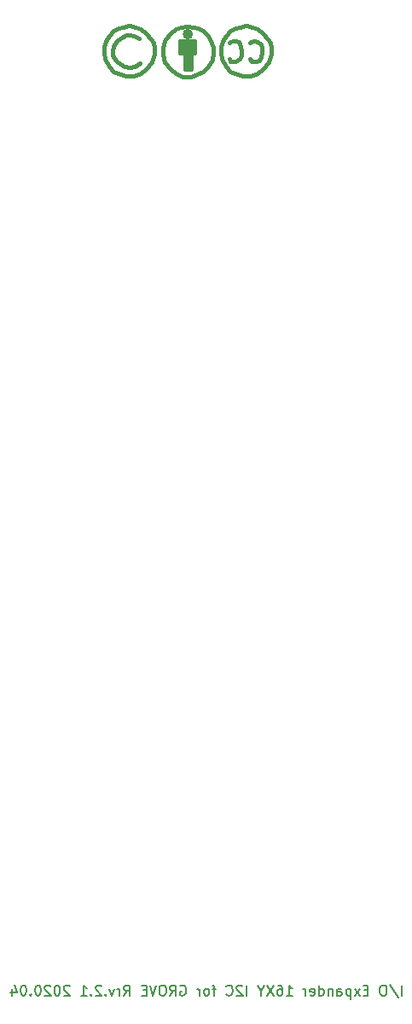
<source format=gbo>
G04 #@! TF.GenerationSoftware,KiCad,Pcbnew,(5.1.5)-3*
G04 #@! TF.CreationDate,2020-04-22T00:17:02+09:00*
G04 #@! TF.ProjectId,IOExpander,494f4578-7061-46e6-9465-722e6b696361,Rev 2.1*
G04 #@! TF.SameCoordinates,Original*
G04 #@! TF.FileFunction,Legend,Bot*
G04 #@! TF.FilePolarity,Positive*
%FSLAX46Y46*%
G04 Gerber Fmt 4.6, Leading zero omitted, Abs format (unit mm)*
G04 Created by KiCad (PCBNEW (5.1.5)-3) date 2020-04-22 00:17:02*
%MOMM*%
%LPD*%
G04 APERTURE LIST*
%ADD10C,0.150000*%
%ADD11C,0.381000*%
G04 APERTURE END LIST*
D10*
X113337142Y-178887380D02*
X113337142Y-177887380D01*
X112146666Y-177839761D02*
X113003809Y-179125476D01*
X111622857Y-177887380D02*
X111432380Y-177887380D01*
X111337142Y-177935000D01*
X111241904Y-178030238D01*
X111194285Y-178220714D01*
X111194285Y-178554047D01*
X111241904Y-178744523D01*
X111337142Y-178839761D01*
X111432380Y-178887380D01*
X111622857Y-178887380D01*
X111718095Y-178839761D01*
X111813333Y-178744523D01*
X111860952Y-178554047D01*
X111860952Y-178220714D01*
X111813333Y-178030238D01*
X111718095Y-177935000D01*
X111622857Y-177887380D01*
X110003809Y-178363571D02*
X109670476Y-178363571D01*
X109527619Y-178887380D02*
X110003809Y-178887380D01*
X110003809Y-177887380D01*
X109527619Y-177887380D01*
X109194285Y-178887380D02*
X108670476Y-178220714D01*
X109194285Y-178220714D02*
X108670476Y-178887380D01*
X108289523Y-178220714D02*
X108289523Y-179220714D01*
X108289523Y-178268333D02*
X108194285Y-178220714D01*
X108003809Y-178220714D01*
X107908571Y-178268333D01*
X107860952Y-178315952D01*
X107813333Y-178411190D01*
X107813333Y-178696904D01*
X107860952Y-178792142D01*
X107908571Y-178839761D01*
X108003809Y-178887380D01*
X108194285Y-178887380D01*
X108289523Y-178839761D01*
X106956190Y-178887380D02*
X106956190Y-178363571D01*
X107003809Y-178268333D01*
X107099047Y-178220714D01*
X107289523Y-178220714D01*
X107384761Y-178268333D01*
X106956190Y-178839761D02*
X107051428Y-178887380D01*
X107289523Y-178887380D01*
X107384761Y-178839761D01*
X107432380Y-178744523D01*
X107432380Y-178649285D01*
X107384761Y-178554047D01*
X107289523Y-178506428D01*
X107051428Y-178506428D01*
X106956190Y-178458809D01*
X106480000Y-178220714D02*
X106480000Y-178887380D01*
X106480000Y-178315952D02*
X106432380Y-178268333D01*
X106337142Y-178220714D01*
X106194285Y-178220714D01*
X106099047Y-178268333D01*
X106051428Y-178363571D01*
X106051428Y-178887380D01*
X105146666Y-178887380D02*
X105146666Y-177887380D01*
X105146666Y-178839761D02*
X105241904Y-178887380D01*
X105432380Y-178887380D01*
X105527619Y-178839761D01*
X105575238Y-178792142D01*
X105622857Y-178696904D01*
X105622857Y-178411190D01*
X105575238Y-178315952D01*
X105527619Y-178268333D01*
X105432380Y-178220714D01*
X105241904Y-178220714D01*
X105146666Y-178268333D01*
X104289523Y-178839761D02*
X104384761Y-178887380D01*
X104575238Y-178887380D01*
X104670476Y-178839761D01*
X104718095Y-178744523D01*
X104718095Y-178363571D01*
X104670476Y-178268333D01*
X104575238Y-178220714D01*
X104384761Y-178220714D01*
X104289523Y-178268333D01*
X104241904Y-178363571D01*
X104241904Y-178458809D01*
X104718095Y-178554047D01*
X103813333Y-178887380D02*
X103813333Y-178220714D01*
X103813333Y-178411190D02*
X103765714Y-178315952D01*
X103718095Y-178268333D01*
X103622857Y-178220714D01*
X103527619Y-178220714D01*
X101908571Y-178887380D02*
X102480000Y-178887380D01*
X102194285Y-178887380D02*
X102194285Y-177887380D01*
X102289523Y-178030238D01*
X102384761Y-178125476D01*
X102480000Y-178173095D01*
X101051428Y-177887380D02*
X101241904Y-177887380D01*
X101337142Y-177935000D01*
X101384761Y-177982619D01*
X101480000Y-178125476D01*
X101527619Y-178315952D01*
X101527619Y-178696904D01*
X101480000Y-178792142D01*
X101432380Y-178839761D01*
X101337142Y-178887380D01*
X101146666Y-178887380D01*
X101051428Y-178839761D01*
X101003809Y-178792142D01*
X100956190Y-178696904D01*
X100956190Y-178458809D01*
X101003809Y-178363571D01*
X101051428Y-178315952D01*
X101146666Y-178268333D01*
X101337142Y-178268333D01*
X101432380Y-178315952D01*
X101480000Y-178363571D01*
X101527619Y-178458809D01*
X100622857Y-177887380D02*
X99956190Y-178887380D01*
X99956190Y-177887380D02*
X100622857Y-178887380D01*
X99384761Y-178411190D02*
X99384761Y-178887380D01*
X99718095Y-177887380D02*
X99384761Y-178411190D01*
X99051428Y-177887380D01*
X97956190Y-178887380D02*
X97956190Y-177887380D01*
X97527619Y-177982619D02*
X97480000Y-177935000D01*
X97384761Y-177887380D01*
X97146666Y-177887380D01*
X97051428Y-177935000D01*
X97003809Y-177982619D01*
X96956190Y-178077857D01*
X96956190Y-178173095D01*
X97003809Y-178315952D01*
X97575238Y-178887380D01*
X96956190Y-178887380D01*
X95956190Y-178792142D02*
X96003809Y-178839761D01*
X96146666Y-178887380D01*
X96241904Y-178887380D01*
X96384761Y-178839761D01*
X96480000Y-178744523D01*
X96527619Y-178649285D01*
X96575238Y-178458809D01*
X96575238Y-178315952D01*
X96527619Y-178125476D01*
X96480000Y-178030238D01*
X96384761Y-177935000D01*
X96241904Y-177887380D01*
X96146666Y-177887380D01*
X96003809Y-177935000D01*
X95956190Y-177982619D01*
X94908571Y-178220714D02*
X94527619Y-178220714D01*
X94765714Y-178887380D02*
X94765714Y-178030238D01*
X94718095Y-177935000D01*
X94622857Y-177887380D01*
X94527619Y-177887380D01*
X94051428Y-178887380D02*
X94146666Y-178839761D01*
X94194285Y-178792142D01*
X94241904Y-178696904D01*
X94241904Y-178411190D01*
X94194285Y-178315952D01*
X94146666Y-178268333D01*
X94051428Y-178220714D01*
X93908571Y-178220714D01*
X93813333Y-178268333D01*
X93765714Y-178315952D01*
X93718095Y-178411190D01*
X93718095Y-178696904D01*
X93765714Y-178792142D01*
X93813333Y-178839761D01*
X93908571Y-178887380D01*
X94051428Y-178887380D01*
X93289523Y-178887380D02*
X93289523Y-178220714D01*
X93289523Y-178411190D02*
X93241904Y-178315952D01*
X93194285Y-178268333D01*
X93099047Y-178220714D01*
X93003809Y-178220714D01*
X91384761Y-177935000D02*
X91480000Y-177887380D01*
X91622857Y-177887380D01*
X91765714Y-177935000D01*
X91860952Y-178030238D01*
X91908571Y-178125476D01*
X91956190Y-178315952D01*
X91956190Y-178458809D01*
X91908571Y-178649285D01*
X91860952Y-178744523D01*
X91765714Y-178839761D01*
X91622857Y-178887380D01*
X91527619Y-178887380D01*
X91384761Y-178839761D01*
X91337142Y-178792142D01*
X91337142Y-178458809D01*
X91527619Y-178458809D01*
X90337142Y-178887380D02*
X90670476Y-178411190D01*
X90908571Y-178887380D02*
X90908571Y-177887380D01*
X90527619Y-177887380D01*
X90432380Y-177935000D01*
X90384761Y-177982619D01*
X90337142Y-178077857D01*
X90337142Y-178220714D01*
X90384761Y-178315952D01*
X90432380Y-178363571D01*
X90527619Y-178411190D01*
X90908571Y-178411190D01*
X89718095Y-177887380D02*
X89527619Y-177887380D01*
X89432380Y-177935000D01*
X89337142Y-178030238D01*
X89289523Y-178220714D01*
X89289523Y-178554047D01*
X89337142Y-178744523D01*
X89432380Y-178839761D01*
X89527619Y-178887380D01*
X89718095Y-178887380D01*
X89813333Y-178839761D01*
X89908571Y-178744523D01*
X89956190Y-178554047D01*
X89956190Y-178220714D01*
X89908571Y-178030238D01*
X89813333Y-177935000D01*
X89718095Y-177887380D01*
X89003809Y-177887380D02*
X88670476Y-178887380D01*
X88337142Y-177887380D01*
X88003809Y-178363571D02*
X87670476Y-178363571D01*
X87527619Y-178887380D02*
X88003809Y-178887380D01*
X88003809Y-177887380D01*
X87527619Y-177887380D01*
X85765714Y-178887380D02*
X86099047Y-178411190D01*
X86337142Y-178887380D02*
X86337142Y-177887380D01*
X85956190Y-177887380D01*
X85860952Y-177935000D01*
X85813333Y-177982619D01*
X85765714Y-178077857D01*
X85765714Y-178220714D01*
X85813333Y-178315952D01*
X85860952Y-178363571D01*
X85956190Y-178411190D01*
X86337142Y-178411190D01*
X85337142Y-178887380D02*
X85337142Y-178220714D01*
X85337142Y-178411190D02*
X85289523Y-178315952D01*
X85241904Y-178268333D01*
X85146666Y-178220714D01*
X85051428Y-178220714D01*
X84813333Y-178220714D02*
X84575238Y-178887380D01*
X84337142Y-178220714D01*
X83956190Y-178792142D02*
X83908571Y-178839761D01*
X83956190Y-178887380D01*
X84003809Y-178839761D01*
X83956190Y-178792142D01*
X83956190Y-178887380D01*
X83527619Y-177982619D02*
X83480000Y-177935000D01*
X83384761Y-177887380D01*
X83146666Y-177887380D01*
X83051428Y-177935000D01*
X83003809Y-177982619D01*
X82956190Y-178077857D01*
X82956190Y-178173095D01*
X83003809Y-178315952D01*
X83575238Y-178887380D01*
X82956190Y-178887380D01*
X82527619Y-178792142D02*
X82480000Y-178839761D01*
X82527619Y-178887380D01*
X82575238Y-178839761D01*
X82527619Y-178792142D01*
X82527619Y-178887380D01*
X81527619Y-178887380D02*
X82099047Y-178887380D01*
X81813333Y-178887380D02*
X81813333Y-177887380D01*
X81908571Y-178030238D01*
X82003809Y-178125476D01*
X82099047Y-178173095D01*
X80384761Y-177982619D02*
X80337142Y-177935000D01*
X80241904Y-177887380D01*
X80003809Y-177887380D01*
X79908571Y-177935000D01*
X79860952Y-177982619D01*
X79813333Y-178077857D01*
X79813333Y-178173095D01*
X79860952Y-178315952D01*
X80432380Y-178887380D01*
X79813333Y-178887380D01*
X79194285Y-177887380D02*
X79099047Y-177887380D01*
X79003809Y-177935000D01*
X78956190Y-177982619D01*
X78908571Y-178077857D01*
X78860952Y-178268333D01*
X78860952Y-178506428D01*
X78908571Y-178696904D01*
X78956190Y-178792142D01*
X79003809Y-178839761D01*
X79099047Y-178887380D01*
X79194285Y-178887380D01*
X79289523Y-178839761D01*
X79337142Y-178792142D01*
X79384761Y-178696904D01*
X79432380Y-178506428D01*
X79432380Y-178268333D01*
X79384761Y-178077857D01*
X79337142Y-177982619D01*
X79289523Y-177935000D01*
X79194285Y-177887380D01*
X78480000Y-177982619D02*
X78432380Y-177935000D01*
X78337142Y-177887380D01*
X78099047Y-177887380D01*
X78003809Y-177935000D01*
X77956190Y-177982619D01*
X77908571Y-178077857D01*
X77908571Y-178173095D01*
X77956190Y-178315952D01*
X78527619Y-178887380D01*
X77908571Y-178887380D01*
X77289523Y-177887380D02*
X77194285Y-177887380D01*
X77099047Y-177935000D01*
X77051428Y-177982619D01*
X77003809Y-178077857D01*
X76956190Y-178268333D01*
X76956190Y-178506428D01*
X77003809Y-178696904D01*
X77051428Y-178792142D01*
X77099047Y-178839761D01*
X77194285Y-178887380D01*
X77289523Y-178887380D01*
X77384761Y-178839761D01*
X77432380Y-178792142D01*
X77480000Y-178696904D01*
X77527619Y-178506428D01*
X77527619Y-178268333D01*
X77480000Y-178077857D01*
X77432380Y-177982619D01*
X77384761Y-177935000D01*
X77289523Y-177887380D01*
X76527619Y-178792142D02*
X76480000Y-178839761D01*
X76527619Y-178887380D01*
X76575238Y-178839761D01*
X76527619Y-178792142D01*
X76527619Y-178887380D01*
X75860952Y-177887380D02*
X75765714Y-177887380D01*
X75670476Y-177935000D01*
X75622857Y-177982619D01*
X75575238Y-178077857D01*
X75527619Y-178268333D01*
X75527619Y-178506428D01*
X75575238Y-178696904D01*
X75622857Y-178792142D01*
X75670476Y-178839761D01*
X75765714Y-178887380D01*
X75860952Y-178887380D01*
X75956190Y-178839761D01*
X76003809Y-178792142D01*
X76051428Y-178696904D01*
X76099047Y-178506428D01*
X76099047Y-178268333D01*
X76051428Y-178077857D01*
X76003809Y-177982619D01*
X75956190Y-177935000D01*
X75860952Y-177887380D01*
X74670476Y-178220714D02*
X74670476Y-178887380D01*
X74908571Y-177839761D02*
X75146666Y-178554047D01*
X74527619Y-178554047D01*
D11*
X96374360Y-87188180D02*
X95876520Y-86690340D01*
X100075140Y-83990320D02*
X100275800Y-84389100D01*
X95876520Y-83688060D02*
X96374360Y-83190220D01*
X97476720Y-85587980D02*
X97276060Y-85989300D01*
X99475700Y-84889480D02*
X99475700Y-85288260D01*
X95376140Y-84790420D02*
X95574260Y-84188440D01*
X98274280Y-84389100D02*
X98375880Y-84290040D01*
X99175980Y-86088360D02*
X98876260Y-86189960D01*
X98474940Y-86189960D02*
X98274280Y-85989300D01*
X97575780Y-87688560D02*
X96976340Y-87490440D01*
X96874740Y-82887960D02*
X97276060Y-82788900D01*
X97276060Y-82788900D02*
X97875500Y-82689840D01*
X97174460Y-84290040D02*
X97375120Y-84688820D01*
X96976340Y-87490440D02*
X96374360Y-87188180D01*
X96374360Y-84290040D02*
X96575020Y-84188440D01*
X96575020Y-84188440D02*
X96874740Y-84188440D01*
X100374860Y-85488920D02*
X100176740Y-86289020D01*
X95376140Y-85389860D02*
X95376140Y-84790420D01*
X96676620Y-86189960D02*
X96374360Y-86189960D01*
X96874740Y-86189960D02*
X96676620Y-86189960D01*
X99574760Y-86990060D02*
X99074380Y-87388840D01*
X98375880Y-84290040D02*
X98675600Y-84188440D01*
X97974560Y-82689840D02*
X98576540Y-82788900D01*
X96275300Y-84389100D02*
X96374360Y-84290040D01*
X99074380Y-87388840D02*
X98375880Y-87688560D01*
X98375880Y-87688560D02*
X97575780Y-87688560D01*
X97276060Y-85989300D02*
X96874740Y-86189960D01*
X100374860Y-84889480D02*
X100374860Y-85488920D01*
X99376640Y-85788640D02*
X99175980Y-86088360D01*
X99074380Y-82989560D02*
X99574760Y-83388340D01*
X95876520Y-86690340D02*
X95475200Y-85989300D01*
X99074380Y-84290040D02*
X99376640Y-84488160D01*
X98576540Y-82788900D02*
X99074380Y-82989560D01*
X98675600Y-84188440D02*
X99074380Y-84290040D01*
X100275800Y-84389100D02*
X100374860Y-84889480D01*
X96374360Y-86189960D02*
X96275300Y-85989300D01*
X99475700Y-85288260D02*
X99376640Y-85788640D01*
X95475200Y-85989300D02*
X95376140Y-85389860D01*
X95574260Y-84188440D02*
X95876520Y-83688060D01*
X99574760Y-83388340D02*
X100075140Y-83990320D01*
X98876260Y-86189960D02*
X98474940Y-86189960D01*
X97875500Y-82689840D02*
X97974560Y-82689840D01*
X96374360Y-83190220D02*
X96874740Y-82887960D01*
X100176740Y-86289020D02*
X99574760Y-86990060D01*
X97375120Y-84688820D02*
X97476720Y-85189200D01*
X97476720Y-85189200D02*
X97476720Y-85587980D01*
X96874740Y-84188440D02*
X97174460Y-84290040D01*
X99376640Y-84488160D02*
X99475700Y-84889480D01*
X86778380Y-83686460D02*
X87278760Y-83887120D01*
X87977260Y-83386740D02*
X88477640Y-83988720D01*
X84677800Y-85586380D02*
X84677800Y-85187600D01*
X84977520Y-86086760D02*
X84677800Y-85586380D01*
X84677800Y-85187600D02*
X84776860Y-84687220D01*
X84776860Y-84687220D02*
X85079120Y-84186840D01*
X85079120Y-84186840D02*
X85378840Y-83887120D01*
X85378840Y-83887120D02*
X85978280Y-83587400D01*
X85378840Y-86488080D02*
X84977520Y-86086760D01*
X85978280Y-83587400D02*
X86377060Y-83587400D01*
X86278000Y-82688240D02*
X86377060Y-82688240D01*
X85879220Y-86688740D02*
X85378840Y-86488080D01*
X87476880Y-82987960D02*
X87977260Y-83386740D01*
X86377060Y-86787800D02*
X85879220Y-86688740D01*
X86377060Y-83587400D02*
X86778380Y-83686460D01*
X86979040Y-82787300D02*
X87476880Y-82987960D01*
X88477640Y-83988720D02*
X88678300Y-84387500D01*
X86377060Y-82688240D02*
X86979040Y-82787300D01*
X88678300Y-84387500D02*
X88777360Y-84887880D01*
X88777360Y-84887880D02*
X88777360Y-85487320D01*
X87377820Y-86386480D02*
X86877440Y-86688740D01*
X86877440Y-86688740D02*
X86377060Y-86787800D01*
X88777360Y-85487320D02*
X88579240Y-86287420D01*
X88579240Y-86287420D02*
X87977260Y-86988460D01*
X87977260Y-86988460D02*
X87476880Y-87387240D01*
X83778640Y-84788820D02*
X83976760Y-84186840D01*
X85978280Y-87686960D02*
X85378840Y-87488840D01*
X84776860Y-87186580D02*
X84279020Y-86688740D01*
X84776860Y-83188620D02*
X85277240Y-82886360D01*
X84279020Y-83686460D02*
X84776860Y-83188620D01*
X83778640Y-85388260D02*
X83778640Y-84788820D01*
X85678560Y-82787300D02*
X86278000Y-82688240D01*
X86778380Y-87686960D02*
X85978280Y-87686960D01*
X83976760Y-84186840D02*
X84279020Y-83686460D01*
X85277240Y-82886360D02*
X85678560Y-82787300D01*
X87476880Y-87387240D02*
X86778380Y-87686960D01*
X83877700Y-85987700D02*
X83778640Y-85388260D01*
X85378840Y-87488840D02*
X84776860Y-87186580D01*
X84279020Y-86688740D02*
X83877700Y-85987700D01*
X90420740Y-87006240D02*
X90921120Y-87405020D01*
X91319900Y-84204620D02*
X92821040Y-84204620D01*
X92821040Y-84204620D02*
X92821040Y-85406040D01*
X92435666Y-83506120D02*
G75*
G03X92435666Y-83506120I-315666J0D01*
G01*
X92419720Y-87704740D02*
X93019160Y-87506620D01*
X92020940Y-82706020D02*
X91418960Y-82805080D01*
X91820280Y-87006240D02*
X92320660Y-87006240D01*
X91820280Y-85505100D02*
X91820280Y-87006240D01*
X89719700Y-84405280D02*
X89620640Y-84905660D01*
X89818760Y-86305200D02*
X90420740Y-87006240D01*
X94118980Y-86706520D02*
X94520300Y-86005480D01*
X92419720Y-87006240D02*
X92419720Y-85406040D01*
X89620640Y-85505100D02*
X89818760Y-86305200D01*
X91619620Y-87704740D02*
X92419720Y-87704740D01*
X94619360Y-85406040D02*
X94619360Y-84806600D01*
X93621140Y-83206400D02*
X93120760Y-82904140D01*
X91418960Y-82805080D02*
X90921120Y-83005740D01*
X93120760Y-82904140D02*
X92719440Y-82805080D01*
X92719440Y-82805080D02*
X92120000Y-82706020D01*
X90420740Y-83404520D02*
X89920360Y-84006500D01*
X92120000Y-85505100D02*
X92120000Y-86805580D01*
X92620380Y-84806600D02*
X91418960Y-84806600D01*
X91418960Y-84504340D02*
X92719440Y-84504340D01*
X92219060Y-87006240D02*
X92419720Y-87006240D01*
X92821040Y-85406040D02*
X91319900Y-85406040D01*
X91319900Y-85406040D02*
X91319900Y-84204620D01*
X89920360Y-84006500D02*
X89719700Y-84405280D01*
X93621140Y-87204360D02*
X94118980Y-86706520D01*
X94619360Y-84806600D02*
X94421240Y-84204620D01*
X94421240Y-84204620D02*
X94118980Y-83704240D01*
X91319900Y-85106320D02*
X92620380Y-85106320D01*
X93019160Y-87506620D02*
X93621140Y-87204360D01*
X92120000Y-82706020D02*
X92020940Y-82706020D01*
X94520300Y-86005480D02*
X94619360Y-85406040D01*
X90921120Y-87405020D02*
X91619620Y-87704740D01*
X94118980Y-83704240D02*
X93621140Y-83206400D01*
X90921120Y-83005740D02*
X90420740Y-83404520D01*
X89620640Y-84905660D02*
X89620640Y-85505100D01*
X92120000Y-83305460D02*
X92120000Y-83704240D01*
M02*

</source>
